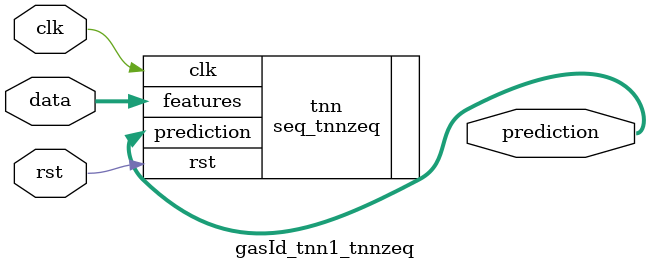
<source format=v>












module gasId_tnn1_tnnzeq #(

parameter FEAT_CNT = 128,
parameter HIDDEN_CNT = 40,
parameter FEAT_BITS = 4,
parameter CLASS_CNT = 6,
parameter TEST_CNT = 1000




  ) (
  input clk,
  input rst,
  input [FEAT_CNT*FEAT_BITS-1:0] data,
  output [$clog2(CLASS_CNT)-1:0] prediction
  );

  seq_tnnzeq #(
      .FEAT_CNT(FEAT_CNT),.FEAT_BITS(FEAT_BITS),.HIDDEN_CNT(HIDDEN_CNT),.CLASS_CNT(CLASS_CNT),
  .SPARSE_VALS(5120'b00000000000000010000000000000000000001010000011100000000000000100000000000000001000000000000000000000100000000000001110100000001000000000000000000010000000100000000000000000000000100000001100100000001001000000000000000000000000100000000100000011001000000000000000000000001000000000000000000000110000101100000000000000000000000000000010000010000000000001000011000000110000100000000000000000000000000000000111000001110000100000000000010000000000000100001100000000000000111010000010000001110001001000000000000000000000100000001110100000000000000000000000000001000000100110001111100110000000010100000000000000010000100000001000000011111000010110001101000011010000110000001100010011000000010100001111100011111001110000001100000001000000010000001100000011000100000000001100110100010000000000000110000000001100111100000001000000000100111000000000001100110101000010011010000110001010000000001000010001000000000000000000000010111000101110000000000000000000000000000000000000000000000000001000100000011000011000000100100010001000100000000000000000001000000000000000100000100000000000000000000000010000000010000000000000001000000000000010100000000000111010001000000000000000000000000000000000000010000000001000000000000000000000000000000010010000000000001000000001000000000000000000000000000000001000000010100000100000001000100000000000000000000110000000000000000000000000000000000001100101001000001000101000000000000000000101000010000000100100001010000011000001000000000000000000000001010000001000000001000000001000000101000001010000000000000000000011010000110000001110000011110000110000000000000001110000000100001100000011000000011000000110000011000000110000000000000000000000000000000000000000111000001110001000000000000010000000000001000000000000000000000010100000100000001000000000000001100000110000001111000011010001110000001100000000010000011100001111100000100000010000000110000001000000010000001001000000010000000000000000000000001000000010000000000000000000000000000000000010001000111110000000000000000000100000000000000000000000000000001111100011011000111100001111100011000001110000001100000011111000111110001111100011000000011000010000000001000000110101000000000101111000111110000000100000001001000010010000000000000000101110000000100010000000000000000010000000000000000010000010100001010000111010000001100001000000110101001000000010000000000100000100000001000000000000000110000001000000010000000100000000110000000100000000000000000000000100001000000000000000000100001010000000000000000000010001100010000010000000000010000000100000000000000000000001101000110000001100001010000000111000001110100000000000000000001111100011101000110000001000000001100000011000001000000010000000000000001111100000000100000000000001101000100000001000100000000000000000000000000000000000001001100010001000000001011110010110001111110010000000110100001111000010000000100000000101100011111000100010001010000000000000010100001000000000000000110100000101000010000000100110000100000000000000100100001001000010000000000100000000001000000000110000000100000011100000000000000111000001110000000000000000001000000010000000010100010000000000001011000100000100000100000010010000000000111001000000000001000000000000010000010000000010000000000010000000100000001001000010100000100010001000000000001000100000000000000010000000000000000000000000000000100011111000000000000101000011010000100000011000000001010000111110000000000000000000000000000100000010000000000000000111000001111000100010000000000000000000010110001000000110000000000000001001100010001000111010000000000000000000000000000000000000000000010000001111100010111000000000000000000000000000000000001000000000100010000000100001000000000000000000000010000000100000001000000010000001000001000000001100000000000000111000001110000000000000000000001111100011111000000100001101000001111000111110001000000000000000000001000101000010100000101000000100000001100000000000000010000011111000111110000001000000000000000100000110000010000000100000000111100011101000010100001101001000000000000000000001000011111000000000000000000000000000000000010000000000000000011100000111000010001000000000110000000000000000100011011001000001100001000000000000000000000010001000011000000000000000100000000100000001100100110010001010000100001110100011000000110001001001101000010101001010010101000001000010000000001011100101011010010100001101000001000000001000100000110001001000000011000000011100001000000001000000011100000001000001000000010000000110000001100000000000000000001000000000000000000000000010101000000000000000000000010000001110000000000000000000000000000000000000000000000000000011000001011000100010000000000011000000010110001000000010000000000100001101100010001000100001000000000001000000010000000100100010110000111100001000000000010100000000000000011000001100000010000010000001111001111110100000010000101000001100000100100111001011101110010011101010010000000000001101000011110000100000001100000001000000010100000111000000000000010000001100000001000000010000000101000001100000000000000000001010000000100000000110100011100100000000000000000011111000111110000000000000000000001000000110000100000010100000000111100011111),
  .MASK(5120'b00011000000110010001111000011110000011010000011100011001000010100000100000010001000010000000110000011100000110000001110100000011000010000000000000010000000100000000000000000000000100000001100100000001001000000000110000000100000101100000100001011001000000000000000000000001000011010000110100000110010101100001101100011101000000000000010000010100000010101001011000010110000100100001100100010000000010010011111000011110010100000000011110010001000111110001100000000000000111010000010000001110101011000001110100000011000100000001110100000011000001110000000000001000000100110001111100110000000010100001110000010110000101110001011100011111000010110001101100011011000110010001100110011111000011100011111100011111001110000001100101001001000110010001110100011111100101010001100110110011000001110001110000000001100111100100001011000001100111100010000001100110101000110011010000110001010100000001100010101100000111110001111100111111000111110000100000001110000111110001111100011000000111000001100100001111000111000001100100010001000100010001101000011011000110000001110100001100000010000001110100000010000010010000100000001001000010000001111100001000000111010001000011100010000000000001111110011100011100010101101011000010001100110111010001111011101011100101000100001000011111011100000000100001000001000101010101111100001101100111010100001010100000110011110011101110010100000001000010111101101011001001100101011111100101100000101000010001000100100001010000011000001000000000000100011101001010000001000000001000000001000000101000001010000111010000010100011011000110010101110000011111000111010000011100001110000000100001100000011001000011000000110000011100000110010001111100000000000111110001101100110111000101110001101000011111010101110001111100000000000010000000110100001100000101100000101100001101000110110011111000011010001111110001111100000010000011100001111100000110000010000000110000001100000110000001001000000010000111110001000000001011000000010000111000001000000010000000100000010111000111110000100000001000000111000000110000000110000000000001111100011011000111100001111100011111001111110001100100011111000111110001111100011001000011000010110100001001000111101000011000111111010111110000101100011001001111110010101000011000000101110000111110010010000110000001010000001100000011010001010101011010000111011000111100001001000110101001000000010001000000100000100000001000000110110000110100001001000010000000101000000110000100100001111100010001000010100001000000010001000100100001010000001001000100010010001100010000010000100000110000001101000111110001111101001101000110000001100101010001000111000001110100000111000101110001111100011101000110000001000000001100010011000001011100010111000100000001111110011111100011100100101101001100100101101100100000011011001011000000101000001001101110010011100001011011110010110001111110110000000110100001111000011100000111000000101101011111000111110001011010000000001010100001010100000100000110101000101000011100000110110000100000000001000100100001001000010000000000110001000101011101000110000100100000011100000000010001111000001110000011110000000111000100010000000010100110000000000001111011110000101001100000010011001000101111011000000000011100010000000010110010000000010110000110110001001100011111001111110101100110011001100011100001000100011010000110010000110000001100000110100000000100011111000000000000101000011010000111000011110000011010000111110100001100101111000000000000101000010101000001010001111000011111000111010000000000001000000010110101111000111110000000000001001100011011000111010000100000000000000011000000010100000100000011000011111100010111000110000000100100010000000100000001000000000100010110010101111100000000000000000000110000001110000101000001110000011011001101110001100100000010001111000001110000000111000111110001111100011111000000100001101100001111000111110001011000001111000111011000101000011100000101000001101100011110000010000000011000011111000111110000001000000000000110100000110000011111000111110000111100011101000010100001101001001111000011110000001000011111000111110001111100000000001000000010110100001101000111100001111000011111000110100110110000010100001111011011011100011101001001010000011000100110010001000011100000001100000111010000101000001100100110110001010000110101110101011000010110001011001101000010101001110010101000001100110011010011011110101011011011110001101100011010000001000110000110001001000100011000000011100001000100011100000011110011011100001001000010010000110000001100000000000000100001011111000000010000000000010101000011110000111000000010000001110000111000001011000100000000000000011100000011000001011000001011000100010000000000011000000010110001000000010010000100100001101100010001001100101000000000001000000011000000110100010110001111100001110000011010100010000001000011001001110011110001110010001111011111110110001010010101000011110000110100111101011101110010111111011110000110000001101000011110000101010001100100001001000010100000111000000011000010000001100000101001000010000000101000001100000111110001000001010000000100000000110100011100100001100000111000011111001111110000000000001100000101000000110000101111010101110000111100111111),
  .NONZERO_CNT(640'h2914262d2d3e323926393d1f2f372e2544352328333d33242a33302b25393236333d282228422734),
  .SPARSE_VALS2(58'b1000100000101101101100001111000000101101100010010010010110),  // Bits of not-zeroes
  .COL_INDICES(464'h2419161514110d06040327241816150c0805041d110c2322201d1c1a19110c090600251f1c1513100d0b0a0908002722201f1d1a16130e0a0802), // Column of non-zeros
  .ROW_PTRS(56'h3a302724180c00) // Column of non-zeros // Start indices per row
      ) tnn (
    .clk(clk),
    .rst(rst),
    .features(data),
    .prediction(prediction)
  );

endmodule

</source>
